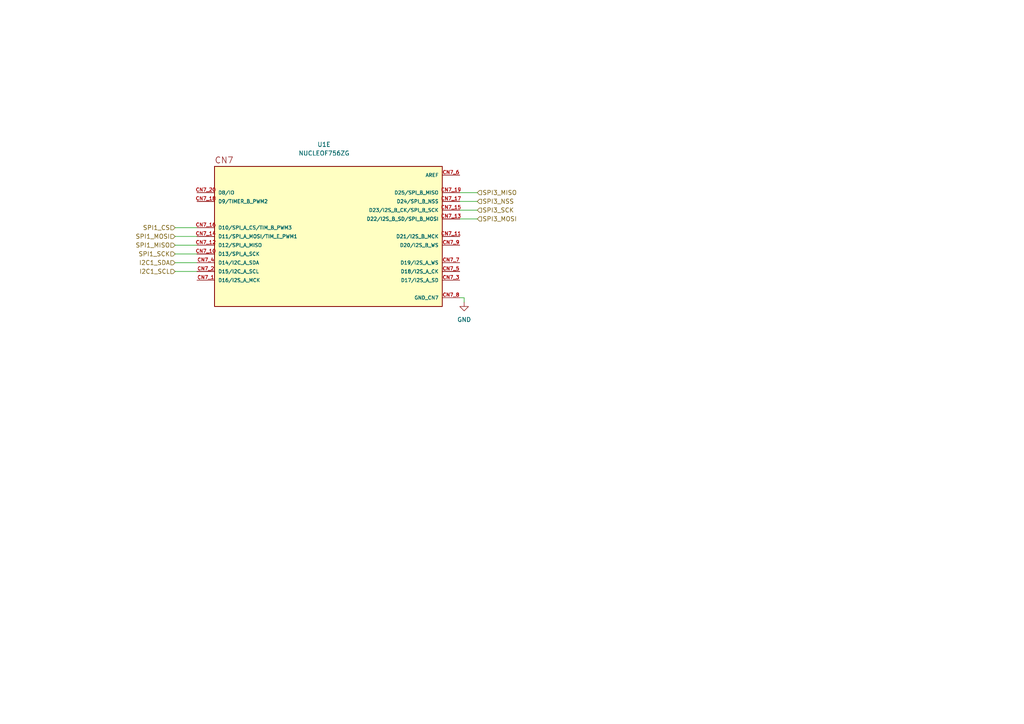
<source format=kicad_sch>
(kicad_sch (version 20230121) (generator eeschema)
  (paper "A4")
  (lib_symbols
    (symbol "nucleo:NUCLEOF756ZG" (pin_names (offset 1.016))
      (property "Reference" "U" (at -17.78 59.69 0))
      (property "Value" "NUCLEOF756ZG" (at -17.78 -59.69 0))
      (symbol "NUCLEOF756ZG_1_0"
        (rectangle (start -17.78 -58.42) (end 17.78 55.88) (stroke (width 0.254)) (fill (type background)))
        (text "CN11" (at -17.78 56.642 0) (effects (font (size 1.778 1.778)) (justify left bottom)))
        (pin bidirectional line (at -22.86 -7.62 0) (length 5.08) (name "PC10") (number "CN11_1"))
        (pin no_connect line (at 22.86 -45.72 180) (length 5.08) (name "NC_10") (number "CN11_10"))
        (pin bidirectional line (at 22.86 0 180) (length 5.08) (name "PF7") (number "CN11_11"))
        (pin bidirectional line (at 22.86 35.56 180) (length 5.08) (name "IOREF_CN11") (number "CN11_12"))
        (pin bidirectional line (at -22.86 20.32 0) (length 5.08) (name "PA13") (number "CN11_13"))
        (pin bidirectional line (at -22.86 33.02 0) (length 5.08) (name "RESET_CN11") (number "CN11_14"))
        (pin bidirectional line (at -22.86 17.78 0) (length 5.08) (name "PA14") (number "CN11_15"))
        (pin power_in line (at 22.86 53.34 180) (length 5.08) (name "+3V3_CN11") (number "CN11_16"))
        (pin bidirectional line (at -22.86 15.24 0) (length 5.08) (name "PA15") (number "CN11_17"))
        (pin power_in line (at 22.86 50.8 180) (length 5.08) (name "+5V_CN11") (number "CN11_18"))
        (pin power_in line (at 22.86 -55.88 180) (length 5.08) (name "GND_CN11") (number "CN11_19"))
        (pin bidirectional line (at -22.86 -10.16 0) (length 5.08) (name "PC11") (number "CN11_2"))
        (pin power_in line (at 22.86 -55.88 180) (length 5.08) (name "GND_CN11") (number "CN11_20"))
        (pin bidirectional line (at -22.86 7.62 0) (length 5.08) (name "PB7") (number "CN11_21"))
        (pin power_in line (at 22.86 -55.88 180) (length 5.08) (name "GND_CN11") (number "CN11_22"))
        (pin bidirectional line (at -22.86 -15.24 0) (length 5.08) (name "PC13") (number "CN11_23"))
        (pin power_in line (at 22.86 40.64 180) (length 5.08) (name "VIN_CN11") (number "CN11_24"))
        (pin bidirectional line (at -22.86 -17.78 0) (length 5.08) (name "PC14") (number "CN11_25"))
        (pin no_connect line (at 22.86 -48.26 180) (length 5.08) (name "NC_26") (number "CN11_26"))
        (pin bidirectional line (at -22.86 -20.32 0) (length 5.08) (name "PC15") (number "CN11_27"))
        (pin bidirectional line (at -22.86 27.94 0) (length 5.08) (name "PA0") (number "CN11_28"))
        (pin bidirectional line (at 22.86 -38.1 180) (length 5.08) (name "PH0") (number "CN11_29"))
        (pin bidirectional line (at -22.86 -12.7 0) (length 5.08) (name "PC12") (number "CN11_3"))
        (pin bidirectional line (at -22.86 25.4 0) (length 5.08) (name "PA1") (number "CN11_30"))
        (pin bidirectional line (at 22.86 -40.64 180) (length 5.08) (name "PH1") (number "CN11_31"))
        (pin bidirectional line (at -22.86 22.86 0) (length 5.08) (name "PA4") (number "CN11_32"))
        (pin power_in line (at 22.86 45.72 180) (length 5.08) (name "VBAT_CN11") (number "CN11_33"))
        (pin bidirectional line (at -22.86 10.16 0) (length 5.08) (name "PB0") (number "CN11_34"))
        (pin bidirectional line (at -22.86 -2.54 0) (length 5.08) (name "PC2") (number "CN11_35"))
        (pin bidirectional line (at -22.86 0 0) (length 5.08) (name "PC1") (number "CN11_36"))
        (pin bidirectional line (at -22.86 -5.08 0) (length 5.08) (name "PC3") (number "CN11_37"))
        (pin bidirectional line (at -22.86 2.54 0) (length 5.08) (name "PC0") (number "CN11_38"))
        (pin bidirectional line (at -22.86 -35.56 0) (length 5.08) (name "PD4") (number "CN11_39"))
        (pin bidirectional line (at -22.86 -30.48 0) (length 5.08) (name "PD2") (number "CN11_4"))
        (pin bidirectional line (at -22.86 -33.02 0) (length 5.08) (name "PD3") (number "CN11_40"))
        (pin bidirectional line (at -22.86 -38.1 0) (length 5.08) (name "PD5") (number "CN11_41"))
        (pin bidirectional line (at 22.86 -15.24 180) (length 5.08) (name "PG2") (number "CN11_42"))
        (pin bidirectional line (at -22.86 -40.64 0) (length 5.08) (name "PD6") (number "CN11_43"))
        (pin bidirectional line (at 22.86 -17.78 180) (length 5.08) (name "PG3") (number "CN11_44"))
        (pin bidirectional line (at -22.86 -43.18 0) (length 5.08) (name "PD7") (number "CN11_45"))
        (pin bidirectional line (at 22.86 25.4 180) (length 5.08) (name "PE2") (number "CN11_46"))
        (pin bidirectional line (at 22.86 22.86 180) (length 5.08) (name "PE3") (number "CN11_47"))
        (pin bidirectional line (at 22.86 20.32 180) (length 5.08) (name "PE4") (number "CN11_48"))
        (pin power_in line (at 22.86 -55.88 180) (length 5.08) (name "GND_CN11") (number "CN11_49"))
        (pin power_in line (at 22.86 43.18 180) (length 5.08) (name "VDD_CN11") (number "CN11_5"))
        (pin bidirectional line (at 22.86 17.78 180) (length 5.08) (name "PE5") (number "CN11_50"))
        (pin bidirectional line (at 22.86 7.62 180) (length 5.08) (name "PF1") (number "CN11_51"))
        (pin bidirectional line (at 22.86 5.08 180) (length 5.08) (name "PF2") (number "CN11_52"))
        (pin bidirectional line (at 22.86 10.16 180) (length 5.08) (name "PF0") (number "CN11_53"))
        (pin bidirectional line (at 22.86 -2.54 180) (length 5.08) (name "PF8") (number "CN11_54"))
        (pin bidirectional line (at -22.86 -27.94 0) (length 5.08) (name "PD1") (number "CN11_55"))
        (pin bidirectional line (at 22.86 -5.08 180) (length 5.08) (name "PF9") (number "CN11_56"))
        (pin bidirectional line (at -22.86 -25.4 0) (length 5.08) (name "PD0") (number "CN11_57"))
        (pin bidirectional line (at 22.86 -12.7 180) (length 5.08) (name "PG1") (number "CN11_58"))
        (pin bidirectional line (at 22.86 -10.16 180) (length 5.08) (name "PG0") (number "CN11_59"))
        (pin power_in line (at 22.86 48.26 180) (length 5.08) (name "E5V_CN11") (number "CN11_6"))
        (pin power_in line (at 22.86 -55.88 180) (length 5.08) (name "GND_CN11") (number "CN11_60"))
        (pin bidirectional line (at 22.86 27.94 180) (length 5.08) (name "PE1") (number "CN11_61"))
        (pin bidirectional line (at 22.86 15.24 180) (length 5.08) (name "PE6") (number "CN11_62"))
        (pin bidirectional line (at 22.86 -20.32 180) (length 5.08) (name "PG9") (number "CN11_63"))
        (pin bidirectional line (at 22.86 -33.02 180) (length 5.08) (name "PG15") (number "CN11_64"))
        (pin bidirectional line (at 22.86 -27.94 180) (length 5.08) (name "PG12") (number "CN11_65"))
        (pin bidirectional line (at 22.86 -22.86 180) (length 5.08) (name "PG10") (number "CN11_66"))
        (pin no_connect line (at 22.86 -50.8 180) (length 5.08) (name "NC_67") (number "CN11_67"))
        (pin bidirectional line (at 22.86 -30.48 180) (length 5.08) (name "PG13") (number "CN11_68"))
        (pin bidirectional line (at -22.86 -45.72 0) (length 5.08) (name "PD9") (number "CN11_69"))
        (pin bidirectional line (at -22.86 35.56 0) (length 5.08) (name "BOOT0") (number "CN11_7"))
        (pin bidirectional line (at 22.86 -25.4 180) (length 5.08) (name "PG11") (number "CN11_70"))
        (pin power_in line (at 22.86 -55.88 180) (length 5.08) (name "GND_CN11") (number "CN11_71"))
        (pin power_in line (at 22.86 -55.88 180) (length 5.08) (name "GND_CN11") (number "CN11_72"))
        (pin power_in line (at 22.86 -55.88 180) (length 5.08) (name "GND_CN11") (number "CN11_8"))
        (pin bidirectional line (at 22.86 2.54 180) (length 5.08) (name "PF6") (number "CN11_9"))
      )
      (symbol "NUCLEOF756ZG_2_0"
        (rectangle (start -17.78 -53.34) (end 17.78 53.34) (stroke (width 0.254)) (fill (type background)))
        (text "CN12" (at -17.78 54.102 0) (effects (font (size 1.778 1.778)) (justify left bottom)))
        (pin bidirectional line (at -22.86 -35.56 0) (length 5.08) (name "PC9") (number "CN12_1"))
        (pin bidirectional line (at 22.86 43.18 180) (length 5.08) (name "PD8") (number "CN12_10"))
        (pin bidirectional line (at -22.86 38.1 0) (length 5.08) (name "PA5") (number "CN12_11"))
        (pin bidirectional line (at -22.86 20.32 0) (length 5.08) (name "PA12") (number "CN12_12"))
        (pin bidirectional line (at -22.86 35.56 0) (length 5.08) (name "PA6") (number "CN12_13"))
        (pin bidirectional line (at -22.86 22.86 0) (length 5.08) (name "PA11") (number "CN12_14"))
        (pin bidirectional line (at -22.86 33.02 0) (length 5.08) (name "PA7") (number "CN12_15"))
        (pin bidirectional line (at -22.86 -10.16 0) (length 5.08) (name "PB12") (number "CN12_16"))
        (pin bidirectional line (at -22.86 2.54 0) (length 5.08) (name "PB6") (number "CN12_17"))
        (pin bidirectional line (at -22.86 -7.62 0) (length 5.08) (name "PB11") (number "CN12_18"))
        (pin bidirectional line (at -22.86 -30.48 0) (length 5.08) (name "PC7") (number "CN12_19"))
        (pin bidirectional line (at -22.86 -33.02 0) (length 5.08) (name "PC8") (number "CN12_2"))
        (pin power_in line (at 22.86 -50.8 180) (length 5.08) (name "GND_CN12") (number "CN12_20"))
        (pin bidirectional line (at -22.86 27.94 0) (length 5.08) (name "PA9") (number "CN12_21"))
        (pin bidirectional line (at -22.86 12.7 0) (length 5.08) (name "PB2") (number "CN12_22"))
        (pin bidirectional line (at -22.86 30.48 0) (length 5.08) (name "PA8") (number "CN12_23"))
        (pin bidirectional line (at -22.86 15.24 0) (length 5.08) (name "PB1") (number "CN12_24"))
        (pin bidirectional line (at -22.86 -5.08 0) (length 5.08) (name "PB10") (number "CN12_25"))
        (pin bidirectional line (at -22.86 -17.78 0) (length 5.08) (name "PB15") (number "CN12_26"))
        (pin bidirectional line (at -22.86 7.62 0) (length 5.08) (name "PB4") (number "CN12_27"))
        (pin bidirectional line (at -22.86 -15.24 0) (length 5.08) (name "PB14") (number "CN12_28"))
        (pin bidirectional line (at -22.86 5.08 0) (length 5.08) (name "PB5") (number "CN12_29"))
        (pin bidirectional line (at -22.86 0 0) (length 5.08) (name "PB8") (number "CN12_3"))
        (pin bidirectional line (at -22.86 -12.7 0) (length 5.08) (name "PB13") (number "CN12_30"))
        (pin bidirectional line (at -22.86 10.16 0) (length 5.08) (name "PB3") (number "CN12_31"))
        (pin power_in line (at 22.86 -48.26 180) (length 5.08) (name "AGND_CN12") (number "CN12_32"))
        (pin bidirectional line (at -22.86 25.4 0) (length 5.08) (name "PA10") (number "CN12_33"))
        (pin bidirectional line (at -22.86 -22.86 0) (length 5.08) (name "PC4") (number "CN12_34"))
        (pin bidirectional line (at -22.86 43.18 0) (length 5.08) (name "PA2") (number "CN12_35"))
        (pin bidirectional line (at 22.86 -10.16 180) (length 5.08) (name "PF5") (number "CN12_36"))
        (pin bidirectional line (at -22.86 40.64 0) (length 5.08) (name "PA3") (number "CN12_37"))
        (pin bidirectional line (at 22.86 -7.62 180) (length 5.08) (name "PF4") (number "CN12_38"))
        (pin power_in line (at 22.86 -50.8 180) (length 5.08) (name "GND_CN12") (number "CN12_39"))
        (pin bidirectional line (at -22.86 -27.94 0) (length 5.08) (name "PC6") (number "CN12_4"))
        (pin bidirectional line (at 22.86 17.78 180) (length 5.08) (name "PE8") (number "CN12_40"))
        (pin bidirectional line (at 22.86 33.02 180) (length 5.08) (name "PD13") (number "CN12_41"))
        (pin bidirectional line (at 22.86 -12.7 180) (length 5.08) (name "PF10") (number "CN12_42"))
        (pin bidirectional line (at 22.86 35.56 180) (length 5.08) (name "PD12") (number "CN12_43"))
        (pin bidirectional line (at 22.86 20.32 180) (length 5.08) (name "PE7") (number "CN12_44"))
        (pin bidirectional line (at 22.86 38.1 180) (length 5.08) (name "PD11") (number "CN12_45"))
        (pin bidirectional line (at 22.86 30.48 180) (length 5.08) (name "PD14") (number "CN12_46"))
        (pin bidirectional line (at 22.86 12.7 180) (length 5.08) (name "PE10") (number "CN12_47"))
        (pin bidirectional line (at 22.86 27.94 180) (length 5.08) (name "PD15") (number "CN12_48"))
        (pin bidirectional line (at 22.86 7.62 180) (length 5.08) (name "PE12") (number "CN12_49"))
        (pin bidirectional line (at -22.86 -2.54 0) (length 5.08) (name "PB9") (number "CN12_5"))
        (pin bidirectional line (at 22.86 -22.86 180) (length 5.08) (name "PF14") (number "CN12_50"))
        (pin bidirectional line (at 22.86 2.54 180) (length 5.08) (name "PE14") (number "CN12_51"))
        (pin bidirectional line (at 22.86 15.24 180) (length 5.08) (name "PE9") (number "CN12_52"))
        (pin bidirectional line (at 22.86 0 180) (length 5.08) (name "PE15") (number "CN12_53"))
        (pin power_in line (at 22.86 -50.8 180) (length 5.08) (name "GND_CN12") (number "CN12_54"))
        (pin bidirectional line (at 22.86 5.08 180) (length 5.08) (name "PE13") (number "CN12_55"))
        (pin bidirectional line (at 22.86 10.16 180) (length 5.08) (name "PE11") (number "CN12_56"))
        (pin bidirectional line (at 22.86 -20.32 180) (length 5.08) (name "PF13") (number "CN12_57"))
        (pin bidirectional line (at 22.86 -5.08 180) (length 5.08) (name "PF3") (number "CN12_58"))
        (pin bidirectional line (at 22.86 -17.78 180) (length 5.08) (name "PF12") (number "CN12_59"))
        (pin bidirectional line (at -22.86 -25.4 0) (length 5.08) (name "PC5") (number "CN12_6"))
        (pin bidirectional line (at 22.86 -25.4 180) (length 5.08) (name "PF15") (number "CN12_60"))
        (pin bidirectional line (at 22.86 -43.18 180) (length 5.08) (name "PG14") (number "CN12_61"))
        (pin bidirectional line (at 22.86 -15.24 180) (length 5.08) (name "PF11") (number "CN12_62"))
        (pin power_in line (at 22.86 -50.8 180) (length 5.08) (name "GND_CN12") (number "CN12_63"))
        (pin bidirectional line (at 22.86 22.86 180) (length 5.08) (name "PE0") (number "CN12_64"))
        (pin bidirectional line (at 22.86 40.64 180) (length 5.08) (name "PD10") (number "CN12_65"))
        (pin bidirectional line (at 22.86 -40.64 180) (length 5.08) (name "PG8") (number "CN12_66"))
        (pin bidirectional line (at 22.86 -38.1 180) (length 5.08) (name "PG7") (number "CN12_67"))
        (pin bidirectional line (at 22.86 -33.02 180) (length 5.08) (name "PG5") (number "CN12_68"))
        (pin bidirectional line (at 22.86 -30.48 180) (length 5.08) (name "PG4") (number "CN12_69"))
        (pin power_in line (at 22.86 50.8 180) (length 5.08) (name "AVDD_CN12") (number "CN12_7"))
        (pin bidirectional line (at 22.86 -35.56 180) (length 5.08) (name "PG6") (number "CN12_70"))
        (pin power_in line (at 22.86 -50.8 180) (length 5.08) (name "GND_CN12") (number "CN12_71"))
        (pin power_in line (at 22.86 -50.8 180) (length 5.08) (name "GND_CN12") (number "CN12_72"))
        (pin power_in line (at 22.86 48.26 180) (length 5.08) (name "U5V") (number "CN12_8"))
        (pin power_in line (at 22.86 -50.8 180) (length 5.08) (name "GND_CN12") (number "CN12_9"))
      )
      (symbol "NUCLEOF756ZG_3_0"
        (rectangle (start -27.94 -17.78) (end 27.94 17.78) (stroke (width 0.254)) (fill (type background)))
        (text "CN8" (at -27.94 18.542 0) (effects (font (size 1.778 1.778)) (justify left bottom)))
        (pin no_connect line (at 33.02 -10.16 180) (length 5.08) (name "NC_1") (number "CN8_1"))
        (pin bidirectional line (at -33.02 -10.16 0) (length 5.08) (name "D47/SDMMC_CK") (number "CN8_10"))
        (pin power_in line (at 33.02 -15.24 180) (length 5.08) (name "GND_CN8") (number "CN8_11"))
        (pin bidirectional line (at -33.02 -12.7 0) (length 5.08) (name "D48/SDMMC_CMD") (number "CN8_12"))
        (pin power_in line (at 33.02 -15.24 180) (length 5.08) (name "GND_CN8") (number "CN8_13"))
        (pin bidirectional line (at 33.02 -5.08 180) (length 5.08) (name "D49/IO") (number "CN8_14"))
        (pin power_in line (at 33.02 15.24 180) (length 5.08) (name "VIN_CN8") (number "CN8_15"))
        (pin bidirectional line (at 33.02 -2.54 180) (length 5.08) (name "D50/IO") (number "CN8_16"))
        (pin bidirectional line (at -33.02 0 0) (length 5.08) (name "D43/SDMMC_D0") (number "CN8_2"))
        (pin bidirectional line (at 33.02 5.08 180) (length 5.08) (name "IOREF_CN8") (number "CN8_3"))
        (pin bidirectional line (at -33.02 -2.54 0) (length 5.08) (name "D44/SDMMC_D1/I2S_A_CKIN") (number "CN8_4"))
        (pin bidirectional line (at -33.02 5.08 0) (length 5.08) (name "RESET_CN8") (number "CN8_5"))
        (pin bidirectional line (at -33.02 -5.08 0) (length 5.08) (name "D45/SDMMC_D2") (number "CN8_6"))
        (pin power_in line (at 33.02 10.16 180) (length 5.08) (name "+3V3_CN8") (number "CN8_7"))
        (pin bidirectional line (at -33.02 -7.62 0) (length 5.08) (name "D46/SDMMC_D3") (number "CN8_8"))
        (pin power_in line (at 33.02 12.7 180) (length 5.08) (name "+5V_CN8") (number "CN8_9"))
      )
      (symbol "NUCLEOF756ZG_4_0"
        (rectangle (start -25.4 -25.4) (end 25.4 25.4) (stroke (width 0.254)) (fill (type background)))
        (text "CN9" (at -25.4 26.162 0) (effects (font (size 1.778 1.778)) (justify left bottom)))
        (pin input line (at -30.48 22.86 0) (length 5.08) (name "A0/ADC123_IN3") (number "CN9_1"))
        (pin bidirectional line (at -30.48 -5.08 0) (length 5.08) (name "D55/USART_B_CTS") (number "CN9_10"))
        (pin input line (at -30.48 10.16 0) (length 5.08) (name "A5/ADC3_IN8/I2C1_SCL") (number "CN9_11"))
        (pin power_in line (at 30.48 -22.86 180) (length 5.08) (name "GND_CN9") (number "CN9_12"))
        (pin bidirectional line (at 30.48 -5.08 180) (length 5.08) (name "D72/NC") (number "CN9_13"))
        (pin bidirectional line (at -30.48 -10.16 0) (length 5.08) (name "D56/SAI_A_MCLK") (number "CN9_14"))
        (pin bidirectional line (at 30.48 0 180) (length 5.08) (name "D71/IO") (number "CN9_15"))
        (pin bidirectional line (at -30.48 -12.7 0) (length 5.08) (name "D57/SAI_A_FS") (number "CN9_16"))
        (pin bidirectional line (at 30.48 17.78 180) (length 5.08) (name "D70/I2C_B_SMBA") (number "CN9_17"))
        (pin bidirectional line (at -30.48 -15.24 0) (length 5.08) (name "D58/SAI_A_SCK") (number "CN9_18"))
        (pin bidirectional line (at 30.48 20.32 180) (length 5.08) (name "D69/I2C_B_SCL") (number "CN9_19"))
        (pin bidirectional line (at -30.48 5.08 0) (length 5.08) (name "D51/USART_B_SCLK") (number "CN9_2"))
        (pin bidirectional line (at -30.48 -17.78 0) (length 5.08) (name "D59/SAI_A_SD") (number "CN9_20"))
        (pin bidirectional line (at 30.48 22.86 180) (length 5.08) (name "D68/I2C_B_SDA") (number "CN9_21"))
        (pin bidirectional line (at 30.48 -17.78 180) (length 5.08) (name "D60/SAI_B_SD") (number "CN9_22"))
        (pin power_in line (at 30.48 -22.86 180) (length 5.08) (name "GND_CN9") (number "CN9_23"))
        (pin bidirectional line (at 30.48 -15.24 180) (length 5.08) (name "D61/SAI_B_SCK") (number "CN9_24"))
        (pin input line (at 30.48 10.16 180) (length 5.08) (name "D67/CAN_RX") (number "CN9_25"))
        (pin bidirectional line (at 30.48 -10.16 180) (length 5.08) (name "D62/SAI_B_MCLK") (number "CN9_26"))
        (pin output line (at 30.48 12.7 180) (length 5.08) (name "D66/CAN_TX") (number "CN9_27"))
        (pin bidirectional line (at 30.48 -12.7 180) (length 5.08) (name "D63/SAI_B_FS") (number "CN9_28"))
        (pin bidirectional line (at 30.48 2.54 180) (length 5.08) (name "D65/IO") (number "CN9_29"))
        (pin input line (at -30.48 20.32 0) (length 5.08) (name "A1/ADC123_IN10") (number "CN9_3"))
        (pin bidirectional line (at 30.48 5.08 180) (length 5.08) (name "D64/IO") (number "CN9_30"))
        (pin bidirectional line (at -30.48 2.54 0) (length 5.08) (name "D52/USART_B_RX") (number "CN9_4"))
        (pin input line (at -30.48 17.78 0) (length 5.08) (name "A2/ADC123_IN13") (number "CN9_5"))
        (pin bidirectional line (at -30.48 0 0) (length 5.08) (name "D53/USART_B_TX") (number "CN9_6"))
        (pin input line (at -30.48 15.24 0) (length 5.08) (name "A3/ADC3_IN9") (number "CN9_7"))
        (pin bidirectional line (at -30.48 -2.54 0) (length 5.08) (name "D54/USART_B_RTS") (number "CN9_8"))
        (pin input line (at -30.48 12.7 0) (length 5.08) (name "A4/ADC3_IN15/I2C1_SDA") (number "CN9_9"))
      )
      (symbol "NUCLEOF756ZG_5_0"
        (rectangle (start -33.02 -20.32) (end 33.02 20.32) (stroke (width 0.254)) (fill (type background)))
        (text "CN7" (at -33.02 21.082 0) (effects (font (size 1.778 1.778)) (justify left bottom)))
        (pin bidirectional line (at -38.1 -12.7 0) (length 5.08) (name "D16/I2S_A_MCK") (number "CN7_1"))
        (pin bidirectional line (at -38.1 -5.08 0) (length 5.08) (name "D13/SPI_A_SCK") (number "CN7_10"))
        (pin bidirectional line (at 38.1 0 180) (length 5.08) (name "D21/I2S_B_MCK") (number "CN7_11"))
        (pin bidirectional line (at -38.1 -2.54 0) (length 5.08) (name "D12/SPI_A_MISO") (number "CN7_12"))
        (pin bidirectional line (at 38.1 5.08 180) (length 5.08) (name "D22/I2S_B_SD/SPI_B_MOSI") (number "CN7_13"))
        (pin bidirectional line (at -38.1 0 0) (length 5.08) (name "D11/SPI_A_MOSI/TIM_E_PWM1") (number "CN7_14"))
        (pin bidirectional line (at 38.1 7.62 180) (length 5.08) (name "D23/I2S_B_CK/SPI_B_SCK") (number "CN7_15"))
        (pin bidirectional line (at -38.1 2.54 0) (length 5.08) (name "D10/SPI_A_CS/TIM_B_PWM3") (number "CN7_16"))
        (pin bidirectional line (at 38.1 10.16 180) (length 5.08) (name "D24/SPI_B_NSS") (number "CN7_17"))
        (pin bidirectional line (at -38.1 10.16 0) (length 5.08) (name "D9/TIMER_B_PWM2") (number "CN7_18"))
        (pin bidirectional line (at 38.1 12.7 180) (length 5.08) (name "D25/SPI_B_MISO") (number "CN7_19"))
        (pin bidirectional line (at -38.1 -10.16 0) (length 5.08) (name "D15/I2C_A_SCL") (number "CN7_2"))
        (pin bidirectional line (at -38.1 12.7 0) (length 5.08) (name "D8/IO") (number "CN7_20"))
        (pin bidirectional line (at 38.1 -12.7 180) (length 5.08) (name "D17/I2S_A_SD") (number "CN7_3"))
        (pin bidirectional line (at -38.1 -7.62 0) (length 5.08) (name "D14/I2C_A_SDA") (number "CN7_4"))
        (pin bidirectional line (at 38.1 -10.16 180) (length 5.08) (name "D18/I2S_A_CK") (number "CN7_5"))
        (pin power_in line (at 38.1 17.78 180) (length 5.08) (name "AREF") (number "CN7_6"))
        (pin bidirectional line (at 38.1 -7.62 180) (length 5.08) (name "D19/I2S_A_WS") (number "CN7_7"))
        (pin power_in line (at 38.1 -17.78 180) (length 5.08) (name "GND_CN7") (number "CN7_8"))
        (pin bidirectional line (at 38.1 -2.54 180) (length 5.08) (name "D20/I2S_B_WS") (number "CN7_9"))
      )
      (symbol "NUCLEOF756ZG_6_0"
        (rectangle (start -25.4 -30.48) (end 25.4 30.48) (stroke (width 0.254)) (fill (type background)))
        (text "CN10" (at -25.4 31.242 0) (effects (font (size 1.778 1.778)) (justify left bottom)))
        (pin power_in line (at 30.48 27.94 180) (length 5.08) (name "AVDD_CN10") (number "CN10_1"))
        (pin bidirectional line (at -30.48 0 0) (length 5.08) (name "D3/TIMER_A_PWM3") (number "CN10_10"))
        (pin input line (at -30.48 17.78 0) (length 5.08) (name "A8/ADC_C_IN") (number "CN10_11"))
        (pin bidirectional line (at 30.48 -12.7 180) (length 5.08) (name "D2/IO") (number "CN10_12"))
        (pin bidirectional line (at -30.48 -5.08 0) (length 5.08) (name "D26/QSPI_CS") (number "CN10_13"))
        (pin output line (at -30.48 10.16 0) (length 5.08) (name "D1/USART_A_TX") (number "CN10_14"))
        (pin bidirectional line (at -30.48 -7.62 0) (length 5.08) (name "D27/QSPI_CLK") (number "CN10_15"))
        (pin input line (at -30.48 12.7 0) (length 5.08) (name "D0/USART_A_RX") (number "CN10_16"))
        (pin power_in line (at 30.48 -27.94 180) (length 5.08) (name "GND_CN10") (number "CN10_17"))
        (pin bidirectional line (at 30.48 12.7 180) (length 5.08) (name "D42/TIMER_A_PWM1N") (number "CN10_18"))
        (pin bidirectional line (at -30.48 -10.16 0) (length 5.08) (name "D28/QSPI_BK1_IO3") (number "CN10_19"))
        (pin bidirectional line (at 30.48 -17.78 180) (length 5.08) (name "D7/IO") (number "CN10_2"))
        (pin bidirectional line (at 30.48 15.24 180) (length 5.08) (name "D41/TIMER_A_ETR") (number "CN10_20"))
        (pin bidirectional line (at -30.48 -12.7 0) (length 5.08) (name "D29/QSPI_BK1_IO1") (number "CN10_21"))
        (pin power_in line (at 30.48 -27.94 180) (length 5.08) (name "GND_CN10") (number "CN10_22"))
        (pin bidirectional line (at -30.48 -15.24 0) (length 5.08) (name "D30/QSPI_BK1_IO0") (number "CN10_23"))
        (pin bidirectional line (at 30.48 17.78 180) (length 5.08) (name "D40/TIMER_A_PWM2N") (number "CN10_24"))
        (pin bidirectional line (at -30.48 -17.78 0) (length 5.08) (name "D31/QSPI_BK1_IO2") (number "CN10_25"))
        (pin bidirectional line (at 30.48 20.32 180) (length 5.08) (name "D39/TIMER_A_PWM3N") (number "CN10_26"))
        (pin power_in line (at 30.48 -27.94 180) (length 5.08) (name "GND_CN10") (number "CN10_27"))
        (pin bidirectional line (at 30.48 -20.32 180) (length 5.08) (name "D38/IO") (number "CN10_28"))
        (pin bidirectional line (at 30.48 2.54 180) (length 5.08) (name "D32/TIMER_C_PWM1") (number "CN10_29"))
        (pin power_in line (at 30.48 -25.4 180) (length 5.08) (name "AGND_CN10") (number "CN10_3"))
        (pin bidirectional line (at 30.48 22.86 180) (length 5.08) (name "D37/TIMER_A_BKIN1") (number "CN10_30"))
        (pin bidirectional line (at 30.48 -7.62 180) (length 5.08) (name "D33/TIMER_D_PWM1") (number "CN10_31"))
        (pin bidirectional line (at 30.48 0 180) (length 5.08) (name "D36/TIMER_C_PWM2") (number "CN10_32"))
        (pin bidirectional line (at 30.48 7.62 180) (length 5.08) (name "D34/TIMER_B_ETR") (number "CN10_33"))
        (pin bidirectional line (at 30.48 -2.54 180) (length 5.08) (name "D35/TIMER_C_PWM3") (number "CN10_34"))
        (pin bidirectional line (at -30.48 5.08 0) (length 5.08) (name "D6/TIMER_A_PWM1") (number "CN10_4"))
        (pin power_in line (at 30.48 -27.94 180) (length 5.08) (name "GND_CN10") (number "CN10_5"))
        (pin bidirectional line (at -30.48 2.54 0) (length 5.08) (name "D5/TIMER_A_PWM2") (number "CN10_6"))
        (pin input line (at -30.48 22.86 0) (length 5.08) (name "A6/ADC_A_IN") (number "CN10_7"))
        (pin bidirectional line (at 30.48 -15.24 180) (length 5.08) (name "D4/IO") (number "CN10_8"))
        (pin input line (at -30.48 20.32 0) (length 5.08) (name "A7/ADC_B_IN") (number "CN10_9"))
      )
    )
    (symbol "power:GND" (power) (pin_names (offset 0))
      (property "Value" "GND" (at 0 -3.81 0))
      (symbol "GND_0_1"
        (polyline (pts (xy 0 0) (xy 0 -1.27) (xy 1.27 -1.27) (xy 0 -2.54) (xy -1.27 -1.27) (xy 0 -1.27)))
      )
      (symbol "GND_1_1"
        (pin power_in line (at 0 0 270) (length 0) hide (name "GND") (number "1"))
      )
    )
  )
  (wire (pts (xy 133.35 60.96) (xy 138.43 60.96)))
  (wire (pts (xy 134.62 86.36) (xy 133.35 86.36)))
  (wire (pts (xy 134.62 87.63) (xy 134.62 86.36)))
  (wire (pts (xy 50.8 73.66) (xy 57.15 73.66)))
  (wire (pts (xy 50.8 68.58) (xy 57.15 68.58)))
  (wire (pts (xy 133.35 63.5) (xy 138.43 63.5)))
  (wire (pts (xy 50.8 78.74) (xy 57.15 78.74)))
  (wire (pts (xy 50.8 66.04) (xy 57.15 66.04)))
  (wire (pts (xy 133.35 55.88) (xy 138.43 55.88)))
  (wire (pts (xy 133.35 58.42) (xy 138.43 58.42)))
  (wire (pts (xy 50.8 71.12) (xy 57.15 71.12)))
  (wire (pts (xy 50.8 76.2) (xy 57.15 76.2)))
  (hierarchical_label "I2C1_SDA" (shape input) (at 50.8 76.2 180))
  (hierarchical_label "SPI3_SCK" (shape input) (at 138.43 60.96 0))
  (hierarchical_label "SPI1_CS" (shape input) (at 50.8 66.04 180))
  (hierarchical_label "SPI1_MISO" (shape input) (at 50.8 71.12 180))
  (hierarchical_label "SPI3_MISO" (shape input) (at 138.43 55.88 0))
  (hierarchical_label "SPI3_NSS" (shape input) (at 138.43 58.42 0))
  (hierarchical_label "I2C1_SCL" (shape input) (at 50.8 78.74 180))
  (hierarchical_label "SPI3_MOSI" (shape input) (at 138.43 63.5 0))
  (hierarchical_label "SPI1_MOSI" (shape input) (at 50.8 68.58 180))
  (hierarchical_label "SPI1_SCK" (shape input) (at 50.8 73.66 180))
  (symbol (lib_id "power:GND") (at 134.62 87.63 0) (unit 1)
    (property "Reference" "#PWR03" (effects hide))
    (property "Value" "GND" (at 134.62 92.71 0))
  )
  (symbol (lib_id "nucleo:NUCLEOF756ZG") (at 95.25 68.58 0) (unit 5)
    (property "Reference" "U1" (at 93.98 41.91 0))
    (property "Value" "NUCLEOF756ZG" (at 93.98 44.45 0))
    (property "Footprint" "nucleo:MODULE_NUCLEOF756ZG" (effects hide))
    (property "MF" "STMicroelectronics" (effects hide))
    (property "Description" "\nSTM32F756ZG, mbed-Enabled Development Nucleo-144 STM32F7 ARM® Cortex®-M7 MCU 32-Bit Embedded Evaluation Board\n" (effects hide))
    (property "Package" "None" (effects hide))
    (property "Price" "None" (effects hide))
    (property "Check_prices" "https://www.snapeda.com/parts/NUCLEO-F756ZG/STMicroelectronics/view-part/?ref=eda" (effects hide))
    (property "STANDARD" "Manufacturer Recommendations" (effects hide))
    (property "PARTREV" "9" (effects hide))
    (property "SnapEDA_Link" "https://www.snapeda.com/parts/NUCLEO-F756ZG/STMicroelectronics/view-part/?ref=snap" (effects hide))
    (property "MP" "NUCLEO-F756ZG" (effects hide))
    (property "Purchase-URL" "https://www.snapeda.com/api/url_track_click_mouser/?unipart_id=3662728&manufacturer=STMicroelectronics&part_name=NUCLEO-F756ZG&search_term=nucleo-f756zg" (effects hide))
    (property "MANUFACTURER" "STMicroelectronics" (effects hide))
    (property "Availability" "In Stock" (effects hide))
    (property "SNAPEDA_PN" "NUCLEOF756ZG" (effects hide))
  )
)
</source>
